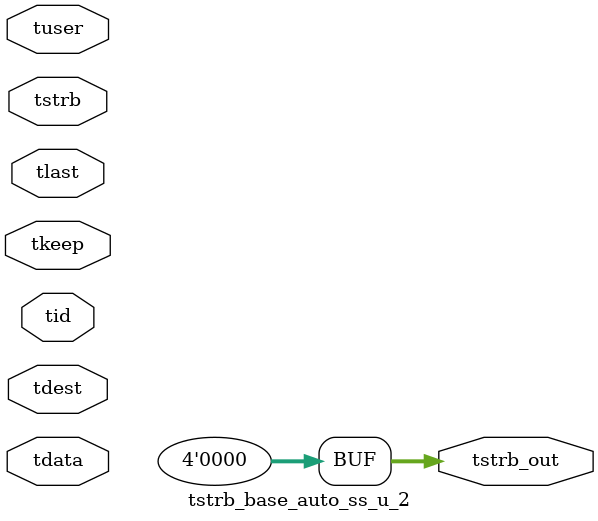
<source format=v>


`timescale 1ps/1ps

module tstrb_base_auto_ss_u_2 #
(
parameter C_S_AXIS_TDATA_WIDTH = 32,
parameter C_S_AXIS_TUSER_WIDTH = 0,
parameter C_S_AXIS_TID_WIDTH   = 0,
parameter C_S_AXIS_TDEST_WIDTH = 0,
parameter C_M_AXIS_TDATA_WIDTH = 32
)
(
input  [(C_S_AXIS_TDATA_WIDTH == 0 ? 1 : C_S_AXIS_TDATA_WIDTH)-1:0     ] tdata,
input  [(C_S_AXIS_TUSER_WIDTH == 0 ? 1 : C_S_AXIS_TUSER_WIDTH)-1:0     ] tuser,
input  [(C_S_AXIS_TID_WIDTH   == 0 ? 1 : C_S_AXIS_TID_WIDTH)-1:0       ] tid,
input  [(C_S_AXIS_TDEST_WIDTH == 0 ? 1 : C_S_AXIS_TDEST_WIDTH)-1:0     ] tdest,
input  [(C_S_AXIS_TDATA_WIDTH/8)-1:0 ] tkeep,
input  [(C_S_AXIS_TDATA_WIDTH/8)-1:0 ] tstrb,
input                                                                    tlast,
output [(C_M_AXIS_TDATA_WIDTH/8)-1:0 ] tstrb_out
);

assign tstrb_out = {1'b0};

endmodule


</source>
